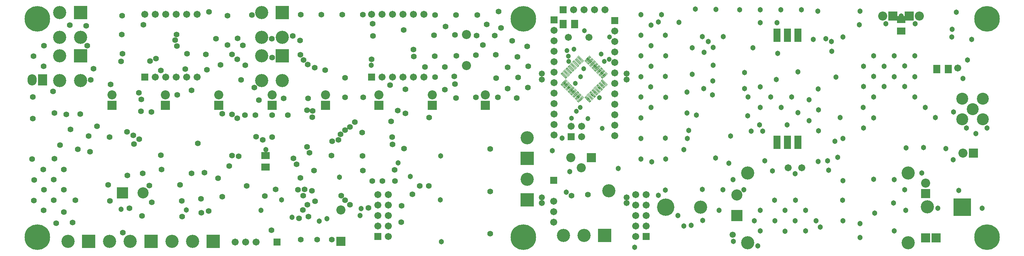
<source format=gts>
%FSLAX43Y43*%
%MOMM*%
G71*
G01*
G75*
%ADD10C,0.300*%
%ADD11R,1.800X1.600*%
%ADD12R,1.600X1.800*%
%ADD13R,1.500X3.000*%
%ADD14C,0.125*%
%ADD15C,0.500*%
%ADD16C,1.000*%
%ADD17C,0.400*%
%ADD18C,0.600*%
%ADD19C,0.254*%
%ADD20C,2.700*%
%ADD21C,3.000*%
%ADD22C,4.000*%
%ADD23R,4.000X4.000*%
%ADD24C,1.500*%
%ADD25R,1.500X1.500*%
%ADD26C,2.000*%
%ADD27R,2.000X2.000*%
%ADD28R,2.500X2.500*%
%ADD29C,2.500*%
%ADD30C,6.000*%
%ADD31R,3.000X3.000*%
%ADD32R,2.000X2.500*%
%ADD33O,2.000X2.500*%
%ADD34C,1.100*%
%ADD35C,1.300*%
%ADD36C,1.200*%
%ADD37C,1.000*%
%ADD38C,1.270*%
%ADD39R,1.300X0.850*%
%ADD40R,1.500X0.400*%
%ADD41R,10.500X10.300*%
%ADD42R,1.050X2.100*%
%ADD43R,1.450X0.550*%
%ADD44R,2.000X4.000*%
%ADD45R,4.000X3.000*%
%ADD46R,0.600X1.600*%
%ADD47O,0.600X1.600*%
%ADD48O,1.600X0.600*%
%ADD49R,2.200X2.700*%
%ADD50R,2.700X2.200*%
%ADD51R,6.000X2.000*%
%ADD52R,2.000X1.500*%
%ADD53R,0.300X1.600*%
%ADD54C,0.075*%
%ADD55R,3.000X1.500*%
%ADD56R,9.300X12.200*%
%ADD57R,0.600X2.200*%
%ADD58R,0.850X1.300*%
%ADD59R,3.000X4.000*%
%ADD60R,2.000X1.600*%
%ADD61C,1.500*%
%ADD62R,2.003X1.803*%
%ADD63R,1.803X2.003*%
%ADD64R,1.703X3.203*%
%ADD65C,2.903*%
%ADD66C,3.203*%
%ADD67C,4.203*%
%ADD68R,4.203X4.203*%
%ADD69C,1.703*%
%ADD70R,1.703X1.703*%
%ADD71C,2.203*%
%ADD72R,2.203X2.203*%
%ADD73R,2.703X2.703*%
%ADD74C,2.703*%
%ADD75C,6.203*%
%ADD76R,3.203X3.203*%
%ADD77R,2.203X2.703*%
%ADD78O,2.203X2.703*%
%ADD79C,1.303*%
%ADD80C,1.503*%
%ADD81C,1.403*%
%ADD82C,1.203*%
%ADD83C,1.473*%
D14*
X138539Y39709D02*
X138948Y40118D01*
X140170Y38896D01*
X139761Y38487D01*
X138539Y39709D01*
X138687D02*
X138948Y39970D01*
X140023Y38896D01*
X139761Y38634D01*
X138687Y39709D01*
X138834D02*
X138948Y39823D01*
X139876Y38896D01*
X139761Y38781D01*
X138834Y39709D01*
X138956Y39683D02*
X139754Y38921D01*
X136842Y38012D02*
X137251Y38420D01*
X138473Y37198D01*
X138064Y36790D01*
X136842Y38012D01*
X136990D02*
X137251Y38273D01*
X138326Y37198D01*
X138064Y36937D01*
X136990Y38012D01*
X137137D02*
X137251Y38126D01*
X138179Y37198D01*
X138064Y37084D01*
X137137Y38012D01*
X137259Y37986D02*
X138057Y37224D01*
X138948Y43684D02*
X138539Y44093D01*
X139761Y45315D01*
X140170Y44906D01*
X138948Y43684D01*
Y43831D02*
X138687Y44093D01*
X139761Y45167D01*
X140023Y44906D01*
X138948Y43831D01*
Y43978D02*
X138834Y44093D01*
X139761Y45020D01*
X139876Y44906D01*
X138948Y43978D01*
X138974Y44100D02*
X139736Y44898D01*
X139514Y43118D02*
X139105Y43527D01*
X140327Y44749D01*
X140736Y44340D01*
X139514Y43118D01*
Y43265D02*
X139252Y43527D01*
X140327Y44602D01*
X140589Y44340D01*
X139514Y43265D01*
Y43413D02*
X139400Y43527D01*
X140327Y44454D01*
X140441Y44340D01*
X139514Y43413D01*
X139539Y43535D02*
X140302Y44333D01*
X137974Y39143D02*
X138383Y39552D01*
X139605Y38330D01*
X139196Y37921D01*
X137974Y39143D01*
X138121D02*
X138383Y39405D01*
X139457Y38330D01*
X139196Y38068D01*
X138121Y39143D01*
X138268D02*
X138383Y39257D01*
X139310Y38330D01*
X139196Y38216D01*
X138268Y39143D01*
X138390Y39117D02*
X139188Y38355D01*
X133342Y46037D02*
X133751Y46446D01*
X134973Y45224D01*
X134564Y44815D01*
X133342Y46037D01*
X133489D02*
X133751Y46299D01*
X134826Y45224D01*
X134564Y44963D01*
X133489Y46037D01*
X133637D02*
X133751Y46152D01*
X134678Y45224D01*
X134564Y45110D01*
X133637Y46037D01*
X133759Y46012D02*
X134557Y45250D01*
X140645Y41987D02*
X140236Y42396D01*
X141458Y43618D01*
X141867Y43209D01*
X140645Y41987D01*
Y42134D02*
X140384Y42396D01*
X141458Y43470D01*
X141720Y43209D01*
X140645Y42134D01*
Y42281D02*
X140531Y42396D01*
X141458Y43323D01*
X141573Y43209D01*
X140645Y42281D01*
X140671Y42403D02*
X141433Y43201D01*
X140080Y42553D02*
X139671Y42961D01*
X140893Y44183D01*
X141302Y43775D01*
X140080Y42553D01*
Y42700D02*
X139818Y42961D01*
X140893Y44036D01*
X141154Y43775D01*
X140080Y42700D01*
Y42847D02*
X139965Y42961D01*
X140893Y43889D01*
X141007Y43775D01*
X140080Y42847D01*
X140105Y42969D02*
X140867Y43767D01*
X138383Y44250D02*
X137974Y44658D01*
X139196Y45880D01*
X139605Y45472D01*
X138383Y44250D01*
Y44397D02*
X138121Y44658D01*
X139196Y45733D01*
X139457Y45472D01*
X138383Y44397D01*
Y44544D02*
X138268Y44658D01*
X139196Y45586D01*
X139310Y45472D01*
X138383Y44544D01*
X138408Y44666D02*
X139170Y45464D01*
X137817Y44815D02*
X137408Y45224D01*
X138630Y46446D01*
X139039Y46037D01*
X137817Y44815D01*
Y44963D02*
X137555Y45224D01*
X138630Y46299D01*
X138892Y46037D01*
X137817Y44963D01*
Y45110D02*
X137703Y45224D01*
X138630Y46152D01*
X138744Y46037D01*
X137817Y45110D01*
X137842Y45232D02*
X138605Y46030D01*
X137251Y45381D02*
X136842Y45790D01*
X138064Y47012D01*
X138473Y46603D01*
X137251Y45381D01*
Y45528D02*
X136990Y45790D01*
X138064Y46865D01*
X138326Y46603D01*
X137251Y45528D01*
Y45676D02*
X137137Y45790D01*
X138064Y46717D01*
X138179Y46603D01*
X137251Y45676D01*
X137277Y45797D02*
X138039Y46595D01*
X136686Y45947D02*
X136277Y46355D01*
X137499Y47577D01*
X137908Y47169D01*
X136686Y45947D01*
Y46094D02*
X136424Y46355D01*
X137499Y47430D01*
X137760Y47169D01*
X136686Y46094D01*
Y46241D02*
X136571Y46355D01*
X137499Y47283D01*
X137613Y47169D01*
X136686Y46241D01*
X136711Y46363D02*
X137473Y47161D01*
X136277Y37446D02*
X136686Y37855D01*
X137908Y36633D01*
X137499Y36224D01*
X136277Y37446D01*
X136424D02*
X136686Y37707D01*
X137760Y36633D01*
X137499Y36371D01*
X136424Y37446D01*
X136571D02*
X136686Y37560D01*
X137613Y36633D01*
X137499Y36519D01*
X136571Y37446D01*
X136693Y37420D02*
X137491Y36658D01*
X137408Y38577D02*
X137817Y38986D01*
X139039Y37764D01*
X138630Y37355D01*
X137408Y38577D01*
X137555D02*
X137817Y38839D01*
X138892Y37764D01*
X138630Y37503D01*
X137555Y38577D01*
X137703D02*
X137817Y38692D01*
X138744Y37764D01*
X138630Y37650D01*
X137703Y38577D01*
X137824Y38552D02*
X138622Y37790D01*
X139105Y40274D02*
X139514Y40683D01*
X140736Y39461D01*
X140327Y39052D01*
X139105Y40274D01*
X139252D02*
X139514Y40536D01*
X140589Y39461D01*
X140327Y39200D01*
X139252Y40274D01*
X139400D02*
X139514Y40389D01*
X140441Y39461D01*
X140327Y39347D01*
X139400Y40274D01*
X139521Y40249D02*
X140320Y39487D01*
X139671Y40840D02*
X140080Y41249D01*
X141302Y40027D01*
X140893Y39618D01*
X139671Y40840D01*
X139818D02*
X140080Y41102D01*
X141154Y40027D01*
X140893Y39765D01*
X139818Y40840D01*
X139965D02*
X140080Y40954D01*
X141007Y40027D01*
X140893Y39913D01*
X139965Y40840D01*
X140087Y40815D02*
X140885Y40052D01*
X140236Y41406D02*
X140645Y41815D01*
X141867Y40593D01*
X141458Y40184D01*
X140236Y41406D01*
X140384D02*
X140645Y41667D01*
X141720Y40593D01*
X141458Y40331D01*
X140384Y41406D01*
X140531D02*
X140645Y41520D01*
X141573Y40593D01*
X141458Y40478D01*
X140531Y41406D01*
X140653Y41380D02*
X141451Y40618D01*
X134882Y36224D02*
X134474Y36633D01*
X135696Y37855D01*
X136104Y37446D01*
X134882Y36224D01*
Y36371D02*
X134621Y36633D01*
X135696Y37707D01*
X135957Y37446D01*
X134882Y36371D01*
Y36518D02*
X134768Y36633D01*
X135696Y37560D01*
X135810Y37446D01*
X134882Y36518D01*
X134908Y36640D02*
X135670Y37438D01*
X134317Y36790D02*
X133908Y37198D01*
X135130Y38420D01*
X135539Y38012D01*
X134317Y36790D01*
Y36937D02*
X134055Y37198D01*
X135130Y38273D01*
X135391Y38012D01*
X134317Y36937D01*
Y37084D02*
X134202Y37198D01*
X135130Y38126D01*
X135244Y38012D01*
X134317Y37084D01*
X134342Y37206D02*
X135104Y38004D01*
X133751Y37355D02*
X133342Y37764D01*
X134564Y38986D01*
X134973Y38577D01*
X133751Y37355D01*
Y37503D02*
X133489Y37764D01*
X134564Y38839D01*
X134826Y38577D01*
X133751Y37503D01*
Y37650D02*
X133637Y37764D01*
X134564Y38692D01*
X134678Y38577D01*
X133751Y37650D01*
X133777Y37772D02*
X134539Y38570D01*
X133185Y37921D02*
X132776Y38330D01*
X133998Y39552D01*
X134407Y39143D01*
X133185Y37921D01*
Y38068D02*
X132924Y38330D01*
X133998Y39405D01*
X134260Y39143D01*
X133185Y38068D01*
Y38216D02*
X133071Y38330D01*
X133998Y39257D01*
X134113Y39143D01*
X133185Y38216D01*
X133211Y38337D02*
X133973Y39135D01*
X132620Y38487D02*
X132211Y38896D01*
X133433Y40118D01*
X133842Y39709D01*
X132620Y38487D01*
Y38634D02*
X132358Y38896D01*
X133433Y39970D01*
X133694Y39709D01*
X132620Y38634D01*
Y38781D02*
X132505Y38896D01*
X133433Y39823D01*
X133547Y39709D01*
X132620Y38781D01*
X132645Y38903D02*
X133407Y39701D01*
X132054Y39052D02*
X131645Y39461D01*
X132867Y40683D01*
X133276Y40274D01*
X132054Y39052D01*
Y39200D02*
X131792Y39461D01*
X132867Y40536D01*
X133129Y40274D01*
X132054Y39200D01*
Y39347D02*
X131940Y39461D01*
X132867Y40389D01*
X132981Y40274D01*
X132054Y39347D01*
X132079Y39469D02*
X132842Y40267D01*
X131488Y39618D02*
X131079Y40027D01*
X132301Y41249D01*
X132710Y40840D01*
X131488Y39618D01*
Y39765D02*
X131227Y40027D01*
X132301Y41102D01*
X132563Y40840D01*
X131488Y39765D01*
Y39913D02*
X131374Y40027D01*
X132301Y40954D01*
X132416Y40840D01*
X131488Y39913D01*
X131514Y40034D02*
X132276Y40832D01*
X130923Y40184D02*
X130514Y40593D01*
X131736Y41815D01*
X132145Y41406D01*
X130923Y40184D01*
Y40331D02*
X130661Y40593D01*
X131736Y41667D01*
X131997Y41406D01*
X130923Y40331D01*
Y40478D02*
X130808Y40593D01*
X131736Y41520D01*
X131850Y41406D01*
X130923Y40478D01*
X130948Y40600D02*
X131710Y41398D01*
X130514Y43209D02*
X130923Y43618D01*
X132145Y42396D01*
X131736Y41987D01*
X130514Y43209D01*
X130661D02*
X130923Y43470D01*
X131997Y42396D01*
X131736Y42134D01*
X130661Y43209D01*
X130808D02*
X130923Y43323D01*
X131850Y42396D01*
X131736Y42281D01*
X130808Y43209D01*
X130930Y43183D02*
X131728Y42421D01*
X131079Y43775D02*
X131488Y44183D01*
X132710Y42961D01*
X132301Y42553D01*
X131079Y43775D01*
X131227D02*
X131488Y44036D01*
X132563Y42961D01*
X132301Y42700D01*
X131227Y43775D01*
X131374D02*
X131488Y43889D01*
X132416Y42961D01*
X132301Y42847D01*
X131374Y43775D01*
X131496Y43749D02*
X132294Y42987D01*
X131645Y44340D02*
X132054Y44749D01*
X133276Y43527D01*
X132867Y43118D01*
X131645Y44340D01*
X131792D02*
X132054Y44602D01*
X133129Y43527D01*
X132867Y43266D01*
X131792Y44340D01*
X131940D02*
X132054Y44454D01*
X132981Y43527D01*
X132867Y43413D01*
X131940Y44340D01*
X132062Y44315D02*
X132860Y43553D01*
X132211Y44906D02*
X132620Y45315D01*
X133842Y44093D01*
X133433Y43684D01*
X132211Y44906D01*
X132358D02*
X132620Y45167D01*
X133694Y44093D01*
X133433Y43831D01*
X132358Y44906D01*
X132505D02*
X132620Y45020D01*
X133547Y44093D01*
X133433Y43979D01*
X132505Y44906D01*
X132627Y44880D02*
X133425Y44118D01*
X132776Y45472D02*
X133185Y45880D01*
X134407Y44658D01*
X133998Y44250D01*
X132776Y45472D01*
X132924D02*
X133185Y45733D01*
X134260Y44658D01*
X133998Y44397D01*
X132924Y45472D01*
X133071D02*
X133185Y45586D01*
X134113Y44658D01*
X133998Y44544D01*
X133071Y45472D01*
X133193Y45446D02*
X133991Y44684D01*
X133908Y46603D02*
X134317Y47012D01*
X135539Y45790D01*
X135130Y45381D01*
X133908Y46603D01*
X134055D02*
X134317Y46865D01*
X135391Y45790D01*
X135130Y45528D01*
X134055Y46603D01*
X134203D02*
X134317Y46717D01*
X135244Y45790D01*
X135130Y45676D01*
X134203Y46603D01*
X134324Y46577D02*
X135122Y45815D01*
X134474Y47169D02*
X134882Y47577D01*
X136104Y46355D01*
X135696Y45947D01*
X134474Y47169D01*
X134621D02*
X134882Y47430D01*
X135957Y46355D01*
X135696Y46094D01*
X134621Y47169D01*
X134768D02*
X134882Y47283D01*
X135810Y46355D01*
X135696Y46241D01*
X134768Y47169D01*
X134890Y47143D02*
X135688Y46381D01*
D62*
X213182Y56288D02*
D03*
X213182Y53488D02*
D03*
X58907Y23287D02*
D03*
X58907Y20487D02*
D03*
D63*
X224588Y44293D02*
D03*
X221788D02*
D03*
X131112Y55207D02*
D03*
X133912Y55207D02*
D03*
D64*
X183020Y52500D02*
D03*
X185560D02*
D03*
X188100D02*
D03*
Y26500D02*
D03*
X185560D02*
D03*
X183020D02*
D03*
D65*
X233000Y37100D02*
D03*
X230500Y34600D02*
D03*
X228000Y37100D02*
D03*
Y32100D02*
D03*
X233000Y32100D02*
D03*
D66*
X164500Y10800D02*
D03*
X219500Y10825D02*
D03*
X214900Y2100D02*
D03*
Y19100D02*
D03*
X175900D02*
D03*
Y2100D02*
D03*
X142250Y14725D02*
D03*
X21101Y2499D02*
D03*
X136225Y3899D02*
D03*
X131225D02*
D03*
X41201Y2499D02*
D03*
X36201D02*
D03*
X26101D02*
D03*
X122408Y27606D02*
D03*
Y17512D02*
D03*
X11006Y2508D02*
D03*
X8999Y52009D02*
D03*
X13999Y52009D02*
D03*
X8999Y58009D02*
D03*
X57999D02*
D03*
X62999Y52009D02*
D03*
X57999D02*
D03*
Y41509D02*
D03*
X62999D02*
D03*
X57999Y47509D02*
D03*
X8999D02*
D03*
X13999Y41509D02*
D03*
X8999D02*
D03*
D67*
X156000Y10800D02*
D03*
D68*
X228000D02*
D03*
D69*
X148760Y3700D02*
D03*
X151300Y6240D02*
D03*
X148760D02*
D03*
X151300Y8780D02*
D03*
X148760Y8780D02*
D03*
X151300Y11320D02*
D03*
X148760D02*
D03*
X151300Y13860D02*
D03*
X148760D02*
D03*
X133100Y30440D02*
D03*
X135640Y27900D02*
D03*
Y30440D02*
D03*
X143700Y53560D02*
D03*
Y51020D02*
D03*
Y48480D02*
D03*
Y45940D02*
D03*
Y43400D02*
D03*
Y40860D02*
D03*
Y38320D02*
D03*
Y35780D02*
D03*
Y33240D02*
D03*
Y30700D02*
D03*
Y28160D02*
D03*
X133640Y58700D02*
D03*
X136180D02*
D03*
X138720D02*
D03*
X141260D02*
D03*
X128900Y53660D02*
D03*
Y51120D02*
D03*
Y48580D02*
D03*
Y46040D02*
D03*
Y43500D02*
D03*
Y40960D02*
D03*
Y38420D02*
D03*
Y35880D02*
D03*
Y33340D02*
D03*
Y30800D02*
D03*
Y28260D02*
D03*
X88740Y13860D02*
D03*
X86200D02*
D03*
X88740Y11320D02*
D03*
X86200D02*
D03*
X88740Y8780D02*
D03*
X86200Y8780D02*
D03*
X88740Y6240D02*
D03*
X86200D02*
D03*
X88740Y3700D02*
D03*
X97350Y57620D02*
D03*
X94810D02*
D03*
X92270D02*
D03*
X89730D02*
D03*
X87190D02*
D03*
X84650D02*
D03*
X97350Y42380D02*
D03*
X94810D02*
D03*
X92270D02*
D03*
X89730D02*
D03*
X87190D02*
D03*
X42350Y57620D02*
D03*
X39810D02*
D03*
X37270D02*
D03*
X34730D02*
D03*
X32190D02*
D03*
X29650D02*
D03*
X42350Y42380D02*
D03*
X39810D02*
D03*
X37270D02*
D03*
X34730D02*
D03*
X32190D02*
D03*
X51548Y2291D02*
D03*
X54088D02*
D03*
X56628D02*
D03*
X128809Y7148D02*
D03*
Y9688D02*
D03*
Y12228D02*
D03*
X137408Y52000D02*
D03*
X132408Y52000D02*
D03*
X185750Y20325D02*
D03*
X189075Y20350D02*
D03*
X226925Y44525D02*
D03*
D70*
X151300Y3700D02*
D03*
X133100Y27900D02*
D03*
X143700Y56100D02*
D03*
X131100Y58700D02*
D03*
X128900Y56200D02*
D03*
X86200Y3700D02*
D03*
X29650Y42380D02*
D03*
X84650D02*
D03*
X61708Y2291D02*
D03*
X128809Y17308D02*
D03*
D71*
X228188Y23908D02*
D03*
X217611Y57192D02*
D03*
X208677Y57200D02*
D03*
X219092Y16611D02*
D03*
X77200Y10110D02*
D03*
X21683Y38011D02*
D03*
X34626D02*
D03*
X47569D02*
D03*
X60512D02*
D03*
X73455D02*
D03*
X86398D02*
D03*
X99340D02*
D03*
X112283D02*
D03*
X107700Y52650D02*
D03*
Y45150D02*
D03*
X135500Y20300D02*
D03*
X133000Y22800D02*
D03*
D72*
X230688Y23908D02*
D03*
X215111Y57192D02*
D03*
X211177Y57200D02*
D03*
X221605Y3312D02*
D03*
X219105D02*
D03*
X219092Y14111D02*
D03*
X77200Y2475D02*
D03*
X21683Y35511D02*
D03*
X34626Y35511D02*
D03*
X47569Y35511D02*
D03*
X60512D02*
D03*
X73455Y35511D02*
D03*
X86398Y35511D02*
D03*
X99340Y35511D02*
D03*
X112283Y35511D02*
D03*
X138000Y22800D02*
D03*
D73*
X173293Y8699D02*
D03*
X24199Y14207D02*
D03*
D74*
X173293Y13699D02*
D03*
X29199Y14207D02*
D03*
D75*
X234000Y3500D02*
D03*
Y56500D02*
D03*
X3500Y3500D02*
D03*
X121500D02*
D03*
Y56500D02*
D03*
X3500D02*
D03*
D76*
X13999Y58009D02*
D03*
X141225Y3899D02*
D03*
X46201Y2499D02*
D03*
X31101D02*
D03*
X122408Y22606D02*
D03*
Y12512D02*
D03*
X16006Y2508D02*
D03*
X62999Y58009D02*
D03*
X62999Y47509D02*
D03*
X13999Y47509D02*
D03*
D77*
X4789Y41692D02*
D03*
D78*
X2289D02*
D03*
D79*
X226515Y58140D02*
D03*
X230300Y51525D02*
D03*
X228200Y41975D02*
D03*
X229300Y46525D02*
D03*
X161200Y38725D02*
D03*
X161150Y33600D02*
D03*
X161600Y29375D02*
D03*
X168100Y22675D02*
D03*
X172350Y17500D02*
D03*
X169950Y15000D02*
D03*
X164950Y15100D02*
D03*
D03*
X165000Y7525D02*
D03*
X172475Y2500D02*
D03*
X177500Y7450D02*
D03*
X182450Y12500D02*
D03*
X187500Y12475D02*
D03*
X192500Y7450D02*
D03*
X182500Y7475D02*
D03*
X185000Y10025D02*
D03*
X190000Y9975D02*
D03*
X187450Y7500D02*
D03*
X185000Y4950D02*
D03*
X190000Y4975D02*
D03*
X167350Y38000D02*
D03*
X175900Y32925D02*
D03*
X176025Y37500D02*
D03*
X170000Y52175D02*
D03*
X164900D02*
D03*
X162475Y49500D02*
D03*
X155975Y52500D02*
D03*
X156025Y47500D02*
D03*
X155925Y42500D02*
D03*
X156000Y37475D02*
D03*
X155925Y27500D02*
D03*
X156000Y22450D02*
D03*
X155900Y14925D02*
D03*
X150000Y22475D02*
D03*
X150000Y27450D02*
D03*
Y32450D02*
D03*
X152500Y34950D02*
D03*
X150000Y37500D02*
D03*
X152425Y40000D02*
D03*
X150000Y42475D02*
D03*
X152450Y45000D02*
D03*
X149975Y47500D02*
D03*
X152450Y50000D02*
D03*
X149975Y52500D02*
D03*
X152450Y55000D02*
D03*
X150000Y57475D02*
D03*
X155000Y57500D02*
D03*
X163200Y58825D02*
D03*
X168250Y58800D02*
D03*
X204000Y30000D02*
D03*
X197300Y42325D02*
D03*
X190800Y31775D02*
D03*
X193150Y29300D02*
D03*
X193100Y34375D02*
D03*
X184025Y35000D02*
D03*
X186550Y37500D02*
D03*
X167500Y49550D02*
D03*
X167450Y41400D02*
D03*
X167500Y45250D02*
D03*
X214400Y25150D02*
D03*
X218600Y25250D02*
D03*
X152650Y21750D02*
D03*
X171775Y28025D02*
D03*
X171375Y21450D02*
D03*
X225900Y33900D02*
D03*
X162475Y43000D02*
D03*
X163475Y33150D02*
D03*
X165350Y48350D02*
D03*
X165225Y39550D02*
D03*
X154250Y55700D02*
D03*
Y13650D02*
D03*
X195275Y22025D02*
D03*
X197725Y22875D02*
D03*
X159225Y55625D02*
D03*
X159025Y8700D02*
D03*
X206525Y47500D02*
D03*
X214000Y40025D02*
D03*
X209000D02*
D03*
X206500Y32475D02*
D03*
X206450Y37500D02*
D03*
X206500Y42550D02*
D03*
X211500Y42475D02*
D03*
X216500Y42475D02*
D03*
X216500Y37525D02*
D03*
X216500Y47475D02*
D03*
X214000Y45025D02*
D03*
X211500Y47525D02*
D03*
X209025Y45000D02*
D03*
X204000D02*
D03*
X204000Y40025D02*
D03*
X203975Y35000D02*
D03*
X219000Y35000D02*
D03*
X221500Y32525D02*
D03*
X198350Y32500D02*
D03*
X199000Y27475D02*
D03*
X216550Y55300D02*
D03*
X209450Y55300D02*
D03*
X225450Y52100D02*
D03*
X224000Y25025D02*
D03*
X234000Y30000D02*
D03*
X229000Y29975D02*
D03*
X231300Y28650D02*
D03*
X227175Y14800D02*
D03*
X222100Y10550D02*
D03*
X214300Y9975D02*
D03*
X218150Y19100D02*
D03*
X195600Y19750D02*
D03*
X211500Y5000D02*
D03*
X214000Y15000D02*
D03*
X211350Y11800D02*
D03*
X211500Y17500D02*
D03*
X206775Y9300D02*
D03*
X206500Y17525D02*
D03*
X203175Y6800D02*
D03*
X203200Y3375D02*
D03*
X199000Y7475D02*
D03*
X198975Y12500D02*
D03*
X199000Y17225D02*
D03*
X193050Y21900D02*
D03*
X190800Y36850D02*
D03*
X180050Y22000D02*
D03*
X181900Y19575D02*
D03*
X179575Y29200D02*
D03*
X176750D02*
D03*
X179000Y40000D02*
D03*
X181500Y37500D02*
D03*
X179000Y35000D02*
D03*
X193050Y39500D02*
D03*
X191800Y51525D02*
D03*
X199000Y52050D02*
D03*
X196325Y48600D02*
D03*
X189000Y58675D02*
D03*
X184000Y58700D02*
D03*
X179000Y58650D02*
D03*
X174000Y58675D02*
D03*
X183000Y55525D02*
D03*
X178975Y55600D02*
D03*
X169000Y10000D02*
D03*
X175025Y15000D02*
D03*
X178950Y10000D02*
D03*
X179000Y5000D02*
D03*
X213160Y57182D02*
D03*
X187450Y18925D02*
D03*
X225525Y53975D02*
D03*
X232850Y10500D02*
D03*
X225825Y22250D02*
D03*
X192937Y58388D02*
D03*
X197100Y26800D02*
D03*
X202975Y55075D02*
D03*
X196275Y51025D02*
D03*
X203187Y58388D02*
D03*
X194900Y51650D02*
D03*
X160450Y24725D02*
D03*
Y6200D02*
D03*
X162175Y6350D02*
D03*
X161250Y27475D02*
D03*
X182825Y41800D02*
D03*
X177150Y49500D02*
D03*
X178800Y30775D02*
D03*
X185500Y30750D02*
D03*
X175200Y43425D02*
D03*
Y39550D02*
D03*
X188100Y43600D02*
D03*
X188075Y33675D02*
D03*
X166325Y51000D02*
D03*
X183200Y48100D02*
D03*
X193500Y5950D02*
D03*
X148500Y1050D02*
D03*
X178375Y1400D02*
D03*
X65375Y8300D02*
D03*
X57775Y10000D02*
D03*
X62825Y12525D02*
D03*
X59025Y24725D02*
D03*
X82100Y10450D02*
D03*
X81825Y8725D02*
D03*
X73850Y8000D02*
D03*
X71925Y7400D02*
D03*
X84600Y45225D02*
D03*
X91100Y21525D02*
D03*
X76900Y18025D02*
D03*
X101400Y23225D02*
D03*
X23900Y10275D02*
D03*
X39675Y10100D02*
D03*
X128475Y24475D02*
D03*
X132700Y19400D02*
D03*
X131857Y14434D02*
D03*
X130850Y27525D02*
D03*
X144475Y20200D02*
D03*
X101300Y12525D02*
D03*
X101550Y2400D02*
D03*
X94025Y18200D02*
D03*
D80*
X172300Y4075D02*
D03*
D81*
X54361Y15900D02*
D03*
X67500Y2900D02*
D03*
X71450Y2900D02*
D03*
X75025D02*
D03*
X87250Y17150D02*
D03*
X78175Y37400D02*
D03*
Y42200D02*
D03*
X116100Y54300D02*
D03*
X21350Y40600D02*
D03*
X82525Y57500D02*
D03*
X57300Y36750D02*
D03*
X63325Y37200D02*
D03*
X133149Y13525D02*
D03*
X137149Y13825D02*
D03*
X110275Y57400D02*
D03*
X105100Y57450D02*
D03*
X100075Y57400D02*
D03*
X102600Y54625D02*
D03*
X104925Y52600D02*
D03*
X110150Y52400D02*
D03*
X104750Y42500D02*
D03*
X100100Y42350D02*
D03*
X102400Y44800D02*
D03*
X97575D02*
D03*
X100000Y47450D02*
D03*
X105250Y47500D02*
D03*
X109975Y47700D02*
D03*
X82650Y37400D02*
D03*
X92900Y39400D02*
D03*
X102400Y39325D02*
D03*
X110000Y37425D02*
D03*
X105125Y37300D02*
D03*
X122625Y45000D02*
D03*
X122600Y39825D02*
D03*
X119900Y37250D02*
D03*
X120175Y42300D02*
D03*
X120025Y47300D02*
D03*
X117650Y44700D02*
D03*
X117700Y39575D02*
D03*
X115300Y37425D02*
D03*
X114875Y42100D02*
D03*
X114750Y47800D02*
D03*
X114550Y52400D02*
D03*
X112550Y55100D02*
D03*
X115500Y58275D02*
D03*
X118800Y51150D02*
D03*
X122400Y49825D02*
D03*
X33550Y44000D02*
D03*
X25900Y10550D02*
D03*
X25350Y18500D02*
D03*
X20700Y16150D02*
D03*
X21150Y12300D02*
D03*
X12100Y7025D02*
D03*
X8125Y6900D02*
D03*
X2300Y22450D02*
D03*
X7675Y22500D02*
D03*
X12775Y12500D02*
D03*
X9950Y9600D02*
D03*
X5100Y10000D02*
D03*
X2700Y12375D02*
D03*
X2750Y17400D02*
D03*
X7550Y12500D02*
D03*
X10000Y15025D02*
D03*
X5150Y15000D02*
D03*
X7500Y17475D02*
D03*
X9950Y19900D02*
D03*
X5000Y19925D02*
D03*
X15425Y54800D02*
D03*
X15625Y50000D02*
D03*
X16475Y41700D02*
D03*
X11450Y55000D02*
D03*
X60500Y47075D02*
D03*
X60400Y51675D02*
D03*
X84900Y55325D02*
D03*
X77500Y57500D02*
D03*
X72500Y57500D02*
D03*
X67500D02*
D03*
X52100Y51725D02*
D03*
X45200Y58150D02*
D03*
X29300Y55050D02*
D03*
X23900Y46125D02*
D03*
X28800Y36925D02*
D03*
X28700Y34025D02*
D03*
X21075Y27800D02*
D03*
X16000Y28050D02*
D03*
X11600Y29625D02*
D03*
X7725Y33600D02*
D03*
X7350Y38900D02*
D03*
X2400Y32275D02*
D03*
Y37550D02*
D03*
X5025Y45000D02*
D03*
X2600Y47450D02*
D03*
X5150Y50000D02*
D03*
X38700Y8475D02*
D03*
X38575Y12300D02*
D03*
X31300Y11925D02*
D03*
X28900Y8650D02*
D03*
X29100Y18950D02*
D03*
X33500Y23425D02*
D03*
X33700Y19950D02*
D03*
X38175Y16200D02*
D03*
X44100Y19125D02*
D03*
X40950Y19000D02*
D03*
X52375Y23100D02*
D03*
X47400Y17800D02*
D03*
X50100Y20750D02*
D03*
X69350Y8500D02*
D03*
X67025Y8100D02*
D03*
X65700Y22650D02*
D03*
X67400Y17925D02*
D03*
X70675Y19700D02*
D03*
X82500D02*
D03*
X90225Y19800D02*
D03*
X83925Y10600D02*
D03*
X91875Y7100D02*
D03*
X91900Y11125D02*
D03*
X94550Y13900D02*
D03*
X98500Y15975D02*
D03*
X98625Y32500D02*
D03*
X92525Y24975D02*
D03*
X89350Y31600D02*
D03*
X82325Y28875D02*
D03*
X64300Y33125D02*
D03*
X60550Y33100D02*
D03*
X56425D02*
D03*
X68950Y34300D02*
D03*
X69225Y37200D02*
D03*
X70350Y34150D02*
D03*
X42475Y26225D02*
D03*
X27000Y26075D02*
D03*
X30700Y16050D02*
D03*
X61375Y15075D02*
D03*
X43275Y12800D02*
D03*
X50825Y23300D02*
D03*
X9025Y25875D02*
D03*
X16325Y24200D02*
D03*
X90350Y17100D02*
D03*
X68360Y15115D02*
D03*
X84850Y17100D02*
D03*
X96325Y15900D02*
D03*
X24074Y57276D02*
D03*
X24050Y52650D02*
D03*
X37350Y52700D02*
D03*
X92425Y53775D02*
D03*
X24175Y48000D02*
D03*
X39900D02*
D03*
X94775Y49075D02*
D03*
X37450Y38075D02*
D03*
X37425Y49875D02*
D03*
X49650Y50175D02*
D03*
X41000Y39175D02*
D03*
X44425Y47825D02*
D03*
X50800Y47850D02*
D03*
X32307Y46807D02*
D03*
X52025Y46650D02*
D03*
X28200Y38575D02*
D03*
X31225Y33900D02*
D03*
X48375Y33500D02*
D03*
X13925Y33375D02*
D03*
X50775Y33275D02*
D03*
X10550Y33325D02*
D03*
X52025Y32375D02*
D03*
X49707Y57232D02*
D03*
X53925Y33100D02*
D03*
X53975Y45250D02*
D03*
X47950Y45300D02*
D03*
X30850Y46250D02*
D03*
X73425Y44075D02*
D03*
X55600Y57450D02*
D03*
X56225Y39825D02*
D03*
X36950Y51325D02*
D03*
X46850Y51650D02*
D03*
X44650Y44150D02*
D03*
X52975Y41675D02*
D03*
X53400Y50075D02*
D03*
X111650Y50175D02*
D03*
X39425Y44275D02*
D03*
X65525Y52300D02*
D03*
X84975Y52325D02*
D03*
X99825Y52525D02*
D03*
X67325Y51200D02*
D03*
X67350Y47750D02*
D03*
X94900Y47325D02*
D03*
X84625Y46650D02*
D03*
X68175Y46475D02*
D03*
X69175Y45375D02*
D03*
X91025Y34200D02*
D03*
X70275Y32600D02*
D03*
X92850Y33525D02*
D03*
X70850Y44675D02*
D03*
X18025Y30450D02*
D03*
X80600Y31425D02*
D03*
X67950Y10100D02*
D03*
X25325Y29100D02*
D03*
X79425Y30275D02*
D03*
X79400Y11350D02*
D03*
X69100D02*
D03*
X26850Y28225D02*
D03*
X78175Y29475D02*
D03*
X78250Y12425D02*
D03*
X70900Y12225D02*
D03*
X28250Y27250D02*
D03*
X77100Y28475D02*
D03*
X77325Y13550D02*
D03*
X68075Y13600D02*
D03*
X66775Y15025D02*
D03*
X58750Y13450D02*
D03*
X60325Y5175D02*
D03*
X70200Y14775D02*
D03*
X66425Y21200D02*
D03*
X69025Y25450D02*
D03*
X69550Y24000D02*
D03*
X60525Y27750D02*
D03*
X56625Y27900D02*
D03*
X75125Y26800D02*
D03*
X58275Y27150D02*
D03*
X74875Y23275D02*
D03*
X45075Y9825D02*
D03*
X48375Y13350D02*
D03*
X43325Y9450D02*
D03*
X17200Y44425D02*
D03*
X13400Y24850D02*
D03*
X24250Y4575D02*
D03*
X76600Y27100D02*
D03*
X82450Y23200D02*
D03*
X89725Y26000D02*
D03*
X89675Y27825D02*
D03*
X89100Y40425D02*
D03*
X104925Y40650D02*
D03*
X113400Y24900D02*
D03*
Y14575D02*
D03*
Y4325D02*
D03*
D82*
X132400Y47450D02*
D03*
X132025Y48825D02*
D03*
X140600Y29925D02*
D03*
X133175Y32400D02*
D03*
X134375Y34050D02*
D03*
X135250Y35000D02*
D03*
X139925Y37325D02*
D03*
X142325Y46675D02*
D03*
X136125Y44400D02*
D03*
X132482Y46175D02*
D03*
X137150Y32300D02*
D03*
X141150Y46125D02*
D03*
X140375Y47950D02*
D03*
X135404Y42400D02*
D03*
X133775Y49125D02*
D03*
X136300Y53650D02*
D03*
X142375Y52100D02*
D03*
X134125Y40800D02*
D03*
D83*
X126000Y43200D02*
D03*
Y41750D02*
D03*
Y13175D02*
D03*
Y11800D02*
D03*
X146500Y43200D02*
D03*
Y41750D02*
D03*
Y13175D02*
D03*
Y11800D02*
D03*
M02*

</source>
